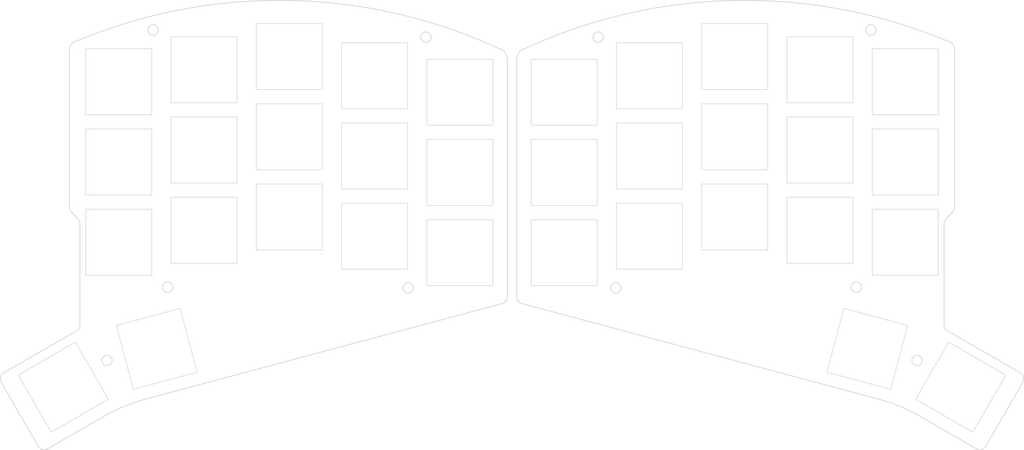
<source format=kicad_pcb>
(kicad_pcb (version 20211014) (generator pcbnew)
  (title_block (title "Kretsträd") (company "by JW"))
  (layers (0 "F.Cu" signal) (31 "B.Cu" signal) (34 "B.Paste" user) (35 "F.Paste" user) (36 "B.SilkS" user "B.Silkscreen") (37 "F.SilkS" user "F.Silkscreen") (38 "B.Mask" user) (39 "F.Mask" user) (44 "Edge.Cuts" user))
  (net 0 "")
  (footprint "jw_custom_footprint:Kailh_socket_PG1350_v1_reversible_cutout_switch_plate" (layer "F.Cu") (at 179.477867 97.881934 180)
    (fp_text reference "SW12")
    (fp_text value "SW_PUSH")
    (fp_rect (start -7 -7) (end 7 7) (layer "Edge.Cuts") (width 0.12) (fill none))
  )
  (footprint "jw_custom_footprint:MountingHole_2.2mm_M2_cutout" (layer "F.Cu") (at 172.332334 108.853593)
    (fp_text reference "TH3" hide)
    (fp_text value "HOLE")
    (fp_circle (center 0 0) (end 1.1 0) (layer "Edge.Cuts") (width 0.15) (fill none))
  )
  (footprint "jw_custom_footprint:Kailh_socket_PG1350_v1_reversible_cutout_switch_plate" (layer "F.Cu") (at 197.562667 76.793934 180)
    (fp_text reference "SW8")
    (fp_text value "SW_PUSH")
    (fp_rect (start -7 -7) (end 7 7) (layer "Edge.Cuts") (width 0.12) (fill none))
  )
  (footprint "jw_custom_footprint:Kailh_socket_PG1350_v1_reversible_cutout_switch_plate" (layer "F.Cu") (at 179.477867 80.863934 180)
    (fp_text reference "SW7")
    (fp_text value "SW_PUSH")
    (fp_rect (start -7 -7) (end 7 7) (layer "Edge.Cuts") (width 0.12) (fill none))
  )
  (footprint "jw_custom_footprint:Kailh_socket_PG1350_v1_reversible_cutout_switch_plate" (layer "F.Cu") (at 197.562667 93.811934 180)
    (fp_text reference "SW13")
    (fp_text value "SW_PUSH")
    (fp_rect (start -7 -7) (end 7 7) (layer "Edge.Cuts") (width 0.12) (fill none))
  )
  (footprint "jw_custom_footprint:Kailh_socket_PG1350_v1_reversible_cutout_switch_plate" (layer "F.Cu") (at 179.477867 63.845934 180)
    (fp_text reference "SW2")
    (fp_text value "SW_PUSH")
    (fp_rect (start -7 -7) (end 7 7) (layer "Edge.Cuts") (width 0.12) (fill none))
  )
  (footprint "jw_custom_footprint:Kailh_socket_PG1350_v1_reversible_cutout_switch_plate" (layer "F.Cu") (at 161.393067 101.381934 180)
    (fp_text reference "SW11")
    (fp_text value "SW_PUSH")
    (fp_rect (start -7 -7) (end 7 7) (layer "Edge.Cuts") (width 0.12) (fill none))
  )
  (footprint "jw_custom_footprint:Kailh_socket_PG1350_v1_reversible_cutout_switch_plate" (layer "F.Cu") (at 215.647467 62.575734 180)
    (fp_text reference "SW4")
    (fp_text value "SW_PUSH")
    (fp_rect (start -7 -7) (end 7 7) (layer "Edge.Cuts") (width 0.12) (fill none))
  )
  (footprint "jw_custom_footprint:MountingHole_2.2mm_M2_cutout" (layer "F.Cu") (at 223.356528 108.693133)
    (fp_text reference "TH4" hide)
    (fp_text value "HOLE")
    (fp_circle (center 0 0) (end 1.1 0) (layer "Edge.Cuts") (width 0.15) (fill none))
  )
  (footprint "jw_custom_footprint:Kailh_socket_PG1350_v1_reversible_cutout_switch_plate" (layer "F.Cu") (at 245.505328 129.902133 -30)
    (fp_text reference "SW17")
    (fp_text value "SW_PUSH")
    (fp_rect (start -7 -7) (end 7 7) (layer "Edge.Cuts") (width 0.12) (fill none))
  )
  (footprint "jw_custom_footprint:Kailh_socket_PG1350_v1_reversible_cutout_switch_plate" (layer "F.Cu") (at 197.562667 59.775934 180)
    (fp_text reference "SW3")
    (fp_text value "SW_PUSH")
    (fp_rect (start -7 -7) (end 7 7) (layer "Edge.Cuts") (width 0.12) (fill none))
  )
  (footprint "jw_custom_footprint:Kailh_socket_PG1350_v1_reversible_cutout_switch_plate" (layer "F.Cu") (at 215.647467 96.611934 180)
    (fp_text reference "SW14")
    (fp_text value "SW_PUSH")
    (fp_rect (start -7 -7) (end 7 7) (layer "Edge.Cuts") (width 0.12) (fill none))
  )
  (footprint "jw_custom_footprint:Kailh_socket_PG1350_v1_reversible_cutout_switch_plate" (layer "F.Cu") (at 215.647467 79.593934 180)
    (fp_text reference "SW9")
    (fp_text value "SW_PUSH")
    (fp_rect (start -7 -7) (end 7 7) (layer "Edge.Cuts") (width 0.12) (fill none))
  )
  (footprint "jw_custom_footprint:MountingHole_2.2mm_M2_cutout" (layer "F.Cu") (at 168.598544 55.650187)
    (fp_text reference "TH1" hide)
    (fp_text value "HOLE")
    (fp_circle (center 0 0) (end 1.1 0) (layer "Edge.Cuts") (width 0.15) (fill none))
  )
  (footprint "jw_custom_footprint:Kailh_socket_PG1350_v1_reversible_cutout_switch_plate" (layer "F.Cu") (at 161.393067 84.363934 180)
    (fp_text reference "SW6")
    (fp_text value "SW_PUSH")
    (fp_rect (start -7 -7) (end 7 7) (layer "Edge.Cuts") (width 0.12) (fill none))
  )
  (footprint "jw_custom_footprint:Kailh_socket_PG1350_v1_reversible_cutout_switch_plate" (layer "F.Cu") (at 161.393067 67.345934 180)
    (fp_text reference "SW1")
    (fp_text value "SW_PUSH")
    (fp_rect (start -7 -7) (end 7 7) (layer "Edge.Cuts") (width 0.12) (fill none))
  )
  (footprint "jw_custom_footprint:Kailh_socket_PG1350_v1_reversible_cutout_switch_plate" (layer "F.Cu") (at 233.732267 99.151534 180)
    (fp_text reference "SW15")
    (fp_text value "SW_PUSH")
    (fp_rect (start -7 -7) (end 7 7) (layer "Edge.Cuts") (width 0.12) (fill none))
  )
  (footprint "jw_custom_footprint:MountingHole_2.2mm_M2_cutout" (layer "F.Cu") (at 236.234328 124.237933)
    (fp_text reference "TH5" hide)
    (fp_text value "HOLE")
    (fp_circle (center 0 0) (end 1.1 0) (layer "Edge.Cuts") (width 0.15) (fill none))
  )
  (footprint "jw_custom_footprint:MountingHole_2.2mm_M2_cutout" (layer "F.Cu") (at 226.455328 54.151587)
    (fp_text reference "TH2" hide)
    (fp_text value "HOLE")
    (fp_circle (center 0 0) (end 1.1 0) (layer "Edge.Cuts") (width 0.15) (fill none))
  )
  (footprint "jw_custom_footprint:Kailh_socket_PG1350_v1_reversible_cutout_switch_plate" (layer "F.Cu") (at 225.693328 121.774133 -15)
    (fp_text reference "SW16")
    (fp_text value "SW_PUSH")
    (fp_rect (start -7 -7) (end 7 7) (layer "Edge.Cuts") (width 0.12) (fill none))
  )
  (footprint "jw_custom_footprint:Kailh_socket_PG1350_v1_reversible_cutout_switch_plate" (layer "F.Cu") (at 233.732267 65.115534 180)
    (fp_text reference "SW5")
    (fp_text value "SW_PUSH")
    (fp_rect (start -7 -7) (end 7 7) (layer "Edge.Cuts") (width 0.12) (fill none))
  )
  (footprint "jw_custom_footprint:Kailh_socket_PG1350_v1_reversible_cutout_switch_plate" (layer "F.Cu") (at 233.732267 82.133534 180)
    (fp_text reference "SW10")
    (fp_text value "SW_PUSH")
    (fp_rect (start -7 -7) (end 7 7) (layer "Edge.Cuts") (width 0.12) (fill none))
  )
  (footprint "jw_custom_footprint:MountingHole_2.2mm_M2_cutout" (layer "B.Cu") (at 64.407508 124.237933 180)
    (fp_text reference "TH5" hide)
    (fp_text value "HOLE")
    (fp_circle (center 0 0) (end 1.1 0) (layer "Edge.Cuts") (width 0.15) (fill none))
  )
  (footprint "jw_custom_footprint:Kailh_socket_PG1350_v1_reversible_cutout_switch_plate" (layer "B.Cu") (at 74.948508 121.774133 -165)
    (fp_text reference "SW16")
    (fp_text value "SW_PUSH")
    (fp_rect (start -7 7) (end 7 -7) (layer "Edge.Cuts") (width 0.12) (fill none))
  )
  (footprint "jw_custom_footprint:Kailh_socket_PG1350_v1_reversible_cutout_switch_plate" (layer "B.Cu") (at 121.163969 97.881934)
    (fp_text reference "SW12")
    (fp_text value "SW_PUSH")
    (fp_rect (start -7 7) (end 7 -7) (layer "Edge.Cuts") (width 0.12) (fill none))
  )
  (footprint "jw_custom_footprint:Kailh_socket_PG1350_v1_reversible_cutout_switch_plate" (layer "B.Cu") (at 66.909569 82.133534)
    (fp_text reference "SW10")
    (fp_text value "SW_PUSH")
    (fp_rect (start -7 7) (end 7 -7) (layer "Edge.Cuts") (width 0.12) (fill none))
  )
  (footprint "jw_custom_footprint:Kailh_socket_PG1350_v1_reversible_cutout_switch_plate" (layer "B.Cu") (at 121.163969 80.863934)
    (fp_text reference "SW7")
    (fp_text value "SW_PUSH")
    (fp_rect (start -7 7) (end 7 -7) (layer "Edge.Cuts") (width 0.12) (fill none))
  )
  (footprint "jw_custom_footprint:Kailh_socket_PG1350_v1_reversible_cutout_switch_plate" (layer "B.Cu") (at 103.079169 93.811934)
    (fp_text reference "SW13")
    (fp_text value "SW_PUSH")
    (fp_rect (start -7 7) (end 7 -7) (layer "Edge.Cuts") (width 0.12) (fill none))
  )
  (footprint "jw_custom_footprint:MountingHole_2.2mm_M2_cutout" (layer "B.Cu") (at 77.285308 108.693133 180)
    (fp_text reference "TH4" hide)
    (fp_text value "HOLE")
    (fp_circle (center 0 0) (end 1.1 0) (layer "Edge.Cuts") (width 0.15) (fill none))
  )
  (footprint "jw_custom_footprint:MountingHole_2.2mm_M2_cutout" (layer "B.Cu") (at 74.186508 54.151587 180)
    (fp_text reference "TH2" hide)
    (fp_text value "HOLE")
    (fp_circle (center 0 0) (end 1.1 0) (layer "Edge.Cuts") (width 0.15) (fill none))
  )
  (footprint "jw_custom_footprint:Kailh_socket_PG1350_v1_reversible_cutout_switch_plate" (layer "B.Cu") (at 121.163969 63.845934)
    (fp_text reference "SW2")
    (fp_text value "SW_PUSH")
    (fp_rect (start -7 7) (end 7 -7) (layer "Edge.Cuts") (width 0.12) (fill none))
  )
  (footprint "jw_custom_footprint:Kailh_socket_PG1350_v1_reversible_cutout_switch_plate" (layer "B.Cu") (at 84.994369 62.575734)
    (fp_text reference "SW4")
    (fp_text value "SW_PUSH")
    (fp_rect (start -7 7) (end 7 -7) (layer "Edge.Cuts") (width 0.12) (fill none))
  )
  (footprint "jw_custom_footprint:Kailh_socket_PG1350_v1_reversible_cutout_switch_plate" (layer "B.Cu") (at 66.909569 99.151534)
    (fp_text reference "SW15")
    (fp_text value "SW_PUSH")
    (fp_rect (start -7 7) (end 7 -7) (layer "Edge.Cuts") (width 0.12) (fill none))
  )
  (footprint "jw_custom_footprint:Kailh_socket_PG1350_v1_reversible_cutout_switch_plate" (layer "B.Cu") (at 103.079169 76.793934)
    (fp_text reference "SW8")
    (fp_text value "SW_PUSH")
    (fp_rect (start -7 7) (end 7 -7) (layer "Edge.Cuts") (width 0.12) (fill none))
  )
  (footprint "jw_custom_footprint:MountingHole_2.2mm_M2_cutout" (layer "B.Cu") (at 132.043292 55.650187 180)
    (fp_text reference "TH1" hide)
    (fp_text value "HOLE")
    (fp_circle (center 0 0) (end 1.1 0) (layer "Edge.Cuts") (width 0.15) (fill none))
  )
  (footprint "jw_custom_footprint:MountingHole_2.2mm_M2_cutout" (layer "B.Cu") (at 128.309502 108.853593 180)
    (fp_text reference "TH3" hide)
    (fp_text value "HOLE")
    (fp_circle (center 0 0) (end 1.1 0) (layer "Edge.Cuts") (width 0.15) (fill none))
  )
  (footprint "jw_custom_footprint:Kailh_socket_PG1350_v1_reversible_cutout_switch_plate" (layer "B.Cu") (at 139.248769 101.381934)
    (fp_text reference "SW11")
    (fp_text value "SW_PUSH")
    (fp_rect (start -7 7) (end 7 -7) (layer "Edge.Cuts") (width 0.12) (fill none))
  )
  (footprint "jw_custom_footprint:Kailh_socket_PG1350_v1_reversible_cutout_switch_plate" (layer "B.Cu") (at 66.909569 65.115534)
    (fp_text reference "SW5")
    (fp_text value "SW_PUSH")
    (fp_rect (start -7 7) (end 7 -7) (layer "Edge.Cuts") (width 0.12) (fill none))
  )
  (footprint "jw_custom_footprint:Kailh_socket_PG1350_v1_reversible_cutout_switch_plate" (layer "B.Cu") (at 84.994369 96.611934)
    (fp_text reference "SW14")
    (fp_text value "SW_PUSH")
    (fp_rect (start -7 7) (end 7 -7) (layer "Edge.Cuts") (width 0.12) (fill none))
  )
  (footprint "jw_custom_footprint:Kailh_socket_PG1350_v1_reversible_cutout_switch_plate" (layer "B.Cu") (at 139.248769 67.345934)
    (fp_text reference "SW1")
    (fp_text value "SW_PUSH")
    (fp_rect (start -7 7) (end 7 -7) (layer "Edge.Cuts") (width 0.12) (fill none))
  )
  (footprint "jw_custom_footprint:Kailh_socket_PG1350_v1_reversible_cutout_switch_plate" (layer "B.Cu") (at 84.994369 79.593934)
    (fp_text reference "SW9")
    (fp_text value "SW_PUSH")
    (fp_rect (start -7 7) (end 7 -7) (layer "Edge.Cuts") (width 0.12) (fill none))
  )
  (footprint "jw_custom_footprint:Kailh_socket_PG1350_v1_reversible_cutout_switch_plate" (layer "B.Cu") (at 139.248769 84.363934)
    (fp_text reference "SW6")
    (fp_text value "SW_PUSH")
    (fp_rect (start -7 7) (end 7 -7) (layer "Edge.Cuts") (width 0.12) (fill none))
  )
  (footprint "jw_custom_footprint:Kailh_socket_PG1350_v1_reversible_cutout_switch_plate" (layer "B.Cu") (at 55.136508 129.902133 -150)
    (fp_text reference "SW17")
    (fp_text value "SW_PUSH")
    (fp_rect (start -7 7) (end 7 -7) (layer "Edge.Cuts") (width 0.12) (fill none))
  )
  (footprint "jw_custom_footprint:Kailh_socket_PG1350_v1_reversible_cutout_switch_plate" (layer "B.Cu") (at 103.079169 59.775934)
    (fp_text reference "SW3")
    (fp_text value "SW_PUSH")
    (fp_rect (start -7 7) (end 7 -7) (layer "Edge.Cuts") (width 0.12) (fill none))
  )
  (gr_arc (start 258.184817 126.869986) (mid 258.811484 127.752108) (end 258.692344 128.827587) (layer "Edge.Cuts") (width 0.15))
  (gr_line (start 149.320918 110.697177) (end 149.320918 60.349187) (layer "Edge.Cuts") (width 0.15))
  (gr_arc (start 57.494047 56.691587) (mid 102.970156 47.868609) (end 148.100508 58.317187) (layer "Edge.Cuts") (width 0.15))
  (gr_line (start 244.214589 58.367987) (end 244.214589 91.591187) (layer "Edge.Cuts") (width 0.15))
  (gr_line (start 243.706344 92.861187) (end 242.487144 94.080387) (layer "Edge.Cuts") (width 0.15))
  (gr_arc (start 58.662692 116.635587) (mid 58.469097 117.436262) (end 57.875292 118.007187) (layer "Edge.Cuts") (width 0.15))
  (gr_arc (start 151.320918 60.349187) (mid 151.629509 59.152043) (end 152.541328 58.317187) (layer "Edge.Cuts") (width 0.15))
  (gr_arc (start 244.214589 91.591187) (mid 244.095603 92.280268) (end 243.706344 92.861187) (layer "Edge.Cuts") (width 0.15))
  (gr_line (start 152.388928 112.166946) (end 228.117066 132.450929) (layer "Edge.Cuts") (width 0.15))
  (gr_line (start 248.894266 143.017329) (end 236.372066 135.803729) (layer "Edge.Cuts") (width 0.15))
  (gr_line (start 58.154692 94.080387) (end 56.935492 92.861187) (layer "Edge.Cuts") (width 0.15))
  (gr_arc (start 152.541328 58.317187) (mid 197.67168 47.868607) (end 243.147789 56.691587) (layer "Edge.Cuts") (width 0.15))
  (gr_line (start 58.662692 116.635587) (end 58.662937 95.350387) (layer "Edge.Cuts") (width 0.15))
  (gr_arc (start 148.100508 58.317187) (mid 149.012346 59.152031) (end 149.320918 60.349187) (layer "Edge.Cuts") (width 0.15))
  (gr_arc (start 152.388928 112.166946) (mid 151.604318 111.614147) (end 151.320918 110.697177) (layer "Edge.Cuts") (width 0.15))
  (gr_arc (start 243.147789 56.691587) (mid 243.929349 57.371855) (end 244.214589 58.367987) (layer "Edge.Cuts") (width 0.15))
  (gr_arc (start 241.978899 95.350387) (mid 242.097885 94.661306) (end 242.487144 94.080387) (layer "Edge.Cuts") (width 0.15))
  (gr_arc (start 56.935492 92.861187) (mid 56.546233 92.280268) (end 56.427247 91.591187) (layer "Edge.Cuts") (width 0.15))
  (gr_line (start 41.949492 128.827587) (end 49.840769 142.509802) (layer "Edge.Cuts") (width 0.15))
  (gr_line (start 258.184817 126.869986) (end 242.766544 118.007187) (layer "Edge.Cuts") (width 0.15))
  (gr_line (start 250.801067 142.509802) (end 258.692344 128.827587) (layer "Edge.Cuts") (width 0.15))
  (gr_line (start 57.875292 118.007187) (end 42.457019 126.869986) (layer "Edge.Cuts") (width 0.15))
  (gr_arc (start 250.801067 142.509802) (mid 249.943413 143.123259) (end 248.894266 143.017329) (layer "Edge.Cuts") (width 0.15))
  (gr_line (start 72.52477 132.450929) (end 148.252908 112.166946) (layer "Edge.Cuts") (width 0.15))
  (gr_arc (start 228.117066 132.450929) (mid 232.345849 133.877957) (end 236.372066 135.803729) (layer "Edge.Cuts") (width 0.15))
  (gr_arc (start 51.74757 143.017329) (mid 50.698413 143.123298) (end 49.840769 142.509802) (layer "Edge.Cuts") (width 0.15))
  (gr_arc (start 56.427247 58.367987) (mid 56.712427 57.371816) (end 57.494047 56.691587) (layer "Edge.Cuts") (width 0.15))
  (gr_arc (start 41.949492 128.827587) (mid 41.830352 127.752107) (end 42.457019 126.869986) (layer "Edge.Cuts") (width 0.15))
  (gr_arc (start 149.320918 110.697177) (mid 149.037454 111.614101) (end 148.252908 112.166946) (layer "Edge.Cuts") (width 0.15))
  (gr_arc (start 58.154692 94.080387) (mid 58.543951 94.661306) (end 58.662937 95.350387) (layer "Edge.Cuts") (width 0.15))
  (gr_line (start 56.427247 91.591187) (end 56.427247 58.367987) (layer "Edge.Cuts") (width 0.15))
  (gr_line (start 241.978899 95.350387) (end 241.979144 116.635587) (layer "Edge.Cuts") (width 0.15))
  (gr_line (start 64.26977 135.803729) (end 51.74757 143.017329) (layer "Edge.Cuts") (width 0.15))
  (gr_arc (start 64.26977 135.803729) (mid 68.295985 133.877952) (end 72.52477 132.450929) (layer "Edge.Cuts") (width 0.15))
  (gr_line (start 151.320918 60.349187) (end 151.320918 110.697177) (layer "Edge.Cuts") (width 0.15))
  (gr_arc (start 242.766544 118.007187) (mid 242.172739 117.436262) (end 241.979144 116.635587) (layer "Edge.Cuts") (width 0.15))
)
</source>
